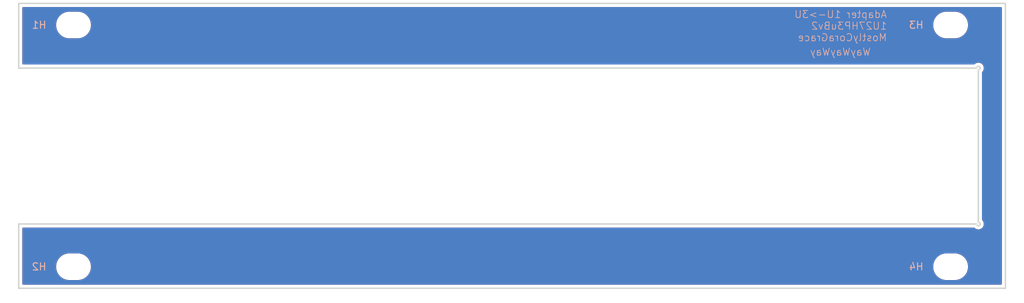
<source format=kicad_pcb>
(kicad_pcb (version 20241229) (generator "pcbnew") (generator_version "9.0")
  (layers (0 "F.Cu" signal) (2 "B.Cu" signal) (13 "F.Paste" user) (15 "B.Paste" user) (5 "F.SilkS" user "F.Silkscreen") (7 "B.SilkS" user "B.Silkscreen") (1 "F.Mask" user) (3 "B.Mask" user) (25 "Edge.Cuts" user))
  (net 0 "")
  (footprint "EXC:MountingHole_3.2mm_M3" (layer "F.Cu") (at 7.62 39.025)
    (property "Reference" "H2" (at -3.683 0 0) (layer "B.SilkS") (effects (justify left mirror)))
    (property "Value" "Eurorack_M3_MountingHole")
    (pad "" np_thru_hole oval (at 0 0) (size 4.34 3.2) (drill oval 4.34 3.2) (layers "*.Cu" "*.Mask"))
  )
  (footprint "EXC:MountingHole_3.2mm_M3" (layer "F.Cu") (at 129.54 5.425)
    (property "Reference" "H3" (at -3.683 0 0) (layer "B.SilkS") (effects (justify left mirror)))
    (property "Value" "Eurorack_M3_MountingHole")
    (pad "" np_thru_hole oval (at 0 0) (size 4.34 3.2) (drill oval 4.34 3.2) (layers "*.Cu" "*.Mask"))
  )
  (footprint "EXC:MountingHole_3.2mm_M3" (layer "F.Cu") (at 129.54 39.025)
    (property "Reference" "H4" (at -3.683 0 0) (layer "B.SilkS") (effects (justify left mirror)))
    (property "Value" "Eurorack_M3_MountingHole")
    (pad "" np_thru_hole oval (at 0 0) (size 4.34 3.2) (drill oval 4.34 3.2) (layers "*.Cu" "*.Mask"))
  )
  (footprint "EXC:MountingHole_3.2mm_M3" (layer "F.Cu") (at 7.62 5.425)
    (property "Reference" "H1" (at -3.683 0 0) (layer "B.SilkS") (effects (justify left mirror)))
    (property "Value" "Eurorack_M3_MountingHole")
    (pad "" np_thru_hole oval (at 0 0) (size 4.34 3.2) (drill oval 4.34 3.2) (layers "*.Cu" "*.Mask"))
  )
  (gr_line (start 0 11.415) (end 133.15 11.415) (stroke (width 0.2)) (layer "Edge.Cuts"))
  (gr_line (start 0 2.425) (end 0 11.415) (stroke (width 0.2)) (layer "Edge.Cuts"))
  (gr_line (start 137.16 2.425) (end 137.16 42.025) (stroke (width 0.2)) (layer "Edge.Cuts"))
  (gr_line (start 0 33.085) (end 0 42.025) (stroke (width 0.2)) (layer "Edge.Cuts"))
  (gr_line (start 133.4 11.665) (end 133.4 32.835) (stroke (width 0.2)) (layer "Edge.Cuts"))
  (gr_line (start 0 2.425) (end 137.16 2.425) (stroke (width 0.2)) (layer "Edge.Cuts"))
  (gr_line (start 0 42.025) (end 137.16 42.025) (stroke (width 0.2)) (layer "Edge.Cuts"))
  (gr_line (start 0 33.085) (end 133.15 33.085) (stroke (width 0.2)) (layer "Edge.Cuts"))
  (gr_arc (start 133.15 11.415) (mid 133.576777 11.238223) (end 133.4 11.665) (stroke (width 0.2)) (layer "Edge.Cuts"))
  (gr_arc (start 133.4 32.835) (mid 133.576777 33.261777) (end 133.15 33.085) (stroke (width 0.2)) (layer "Edge.Cuts"))
  (gr_text "WayWayWay" (at 118.5 9.75 0) (layer "B.SilkS") (effects (font (size 1 1) (thickness 0.1)) (justify left bottom mirror)))
  (gr_text "Adapter 1U->3U\n1U27HP3uBv2\nMostlyCoraGrace" (at 120.75 7.75 0) (layer "B.SilkS") (effects (font (size 1 1) (thickness 0.1)) (justify left bottom mirror)))
  (zone (net 0) (net_name "") (layers "F.Cu" "B.Cu") (connect_pads (clearance 0.5)) (min_thickness 0.25) (fill yes (thermal_gap 0.5) (thermal_bridge_width 0.5) (island_removal_mode 1) (island_area_min 10))
    (polygon (pts (xy 0 2.425) (xy 137.16 2.425) (xy 137.16 42.025) (xy 0 42.025) (xy 0 33.085) (xy 133.4 33.085) (xy 133.4 11.415) (xy 0 11.415)))
  )
)
</source>
